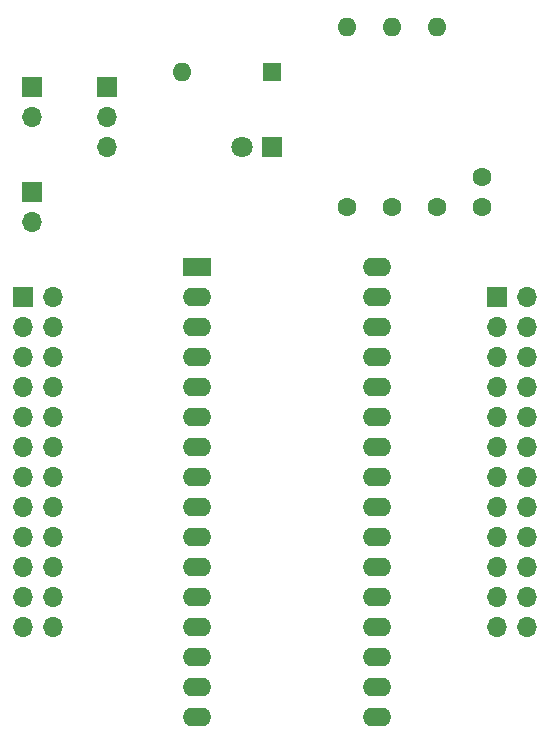
<source format=gbs>
G04 #@! TF.GenerationSoftware,KiCad,Pcbnew,(5.1.2)-1*
G04 #@! TF.CreationDate,2019-10-23T16:56:51-07:00*
G04 #@! TF.ProjectId,29Fx00-28Fx00,32394678-3030-42d3-9238-467830302e6b,rev?*
G04 #@! TF.SameCoordinates,Original*
G04 #@! TF.FileFunction,Soldermask,Bot*
G04 #@! TF.FilePolarity,Negative*
%FSLAX46Y46*%
G04 Gerber Fmt 4.6, Leading zero omitted, Abs format (unit mm)*
G04 Created by KiCad (PCBNEW (5.1.2)-1) date 2019-10-23 16:56:51*
%MOMM*%
%LPD*%
G04 APERTURE LIST*
%ADD10O,1.700000X1.700000*%
%ADD11R,1.700000X1.700000*%
%ADD12O,2.400000X1.600000*%
%ADD13R,2.400000X1.600000*%
%ADD14O,1.600000X1.600000*%
%ADD15C,1.600000*%
%ADD16C,1.800000*%
%ADD17R,1.800000X1.800000*%
%ADD18R,1.600000X1.600000*%
G04 APERTURE END LIST*
D10*
X125790000Y-80010000D03*
X123250000Y-80010000D03*
X125790000Y-77470000D03*
X123250000Y-77470000D03*
X125790000Y-74930000D03*
X123250000Y-74930000D03*
X125790000Y-72390000D03*
X123250000Y-72390000D03*
X125790000Y-69850000D03*
X123250000Y-69850000D03*
X125790000Y-67310000D03*
X123250000Y-67310000D03*
X125790000Y-64770000D03*
X123250000Y-64770000D03*
X125790000Y-62230000D03*
X123250000Y-62230000D03*
X125790000Y-59690000D03*
X123250000Y-59690000D03*
X125790000Y-57150000D03*
X123250000Y-57150000D03*
X125790000Y-54610000D03*
X123250000Y-54610000D03*
X125790000Y-52070000D03*
D11*
X123250000Y-52070000D03*
D12*
X113030000Y-49530000D03*
X97790000Y-87630000D03*
X113030000Y-52070000D03*
X97790000Y-85090000D03*
X113030000Y-54610000D03*
X97790000Y-82550000D03*
X113030000Y-57150000D03*
X97790000Y-80010000D03*
X113030000Y-59690000D03*
X97790000Y-77470000D03*
X113030000Y-62230000D03*
X97790000Y-74930000D03*
X113030000Y-64770000D03*
X97790000Y-72390000D03*
X113030000Y-67310000D03*
X97790000Y-69850000D03*
X113030000Y-69850000D03*
X97790000Y-67310000D03*
X113030000Y-72390000D03*
X97790000Y-64770000D03*
X113030000Y-74930000D03*
X97790000Y-62230000D03*
X113030000Y-77470000D03*
X97790000Y-59690000D03*
X113030000Y-80010000D03*
X97790000Y-57150000D03*
X113030000Y-82550000D03*
X97790000Y-54610000D03*
X113030000Y-85090000D03*
X97790000Y-52070000D03*
X113030000Y-87630000D03*
D13*
X97790000Y-49530000D03*
D14*
X110490000Y-29210000D03*
D15*
X110490000Y-44450000D03*
D14*
X118110000Y-29210000D03*
D15*
X118110000Y-44450000D03*
D14*
X114300000Y-29210000D03*
D15*
X114300000Y-44450000D03*
D10*
X90170000Y-39370000D03*
X90170000Y-36830000D03*
D11*
X90170000Y-34290000D03*
D10*
X83820000Y-36830000D03*
D11*
X83820000Y-34290000D03*
D10*
X83820000Y-45720000D03*
D11*
X83820000Y-43180000D03*
D10*
X85650000Y-80010000D03*
X83110000Y-80010000D03*
X85650000Y-77470000D03*
X83110000Y-77470000D03*
X85650000Y-74930000D03*
X83110000Y-74930000D03*
X85650000Y-72390000D03*
X83110000Y-72390000D03*
X85650000Y-69850000D03*
X83110000Y-69850000D03*
X85650000Y-67310000D03*
X83110000Y-67310000D03*
X85650000Y-64770000D03*
X83110000Y-64770000D03*
X85650000Y-62230000D03*
X83110000Y-62230000D03*
X85650000Y-59690000D03*
X83110000Y-59690000D03*
X85650000Y-57150000D03*
X83110000Y-57150000D03*
X85650000Y-54610000D03*
X83110000Y-54610000D03*
X85650000Y-52070000D03*
D11*
X83110000Y-52070000D03*
D16*
X101600000Y-39370000D03*
D17*
X104140000Y-39370000D03*
D14*
X96520000Y-33020000D03*
D18*
X104140000Y-33020000D03*
D15*
X121920000Y-44450000D03*
X121920000Y-41950000D03*
M02*

</source>
